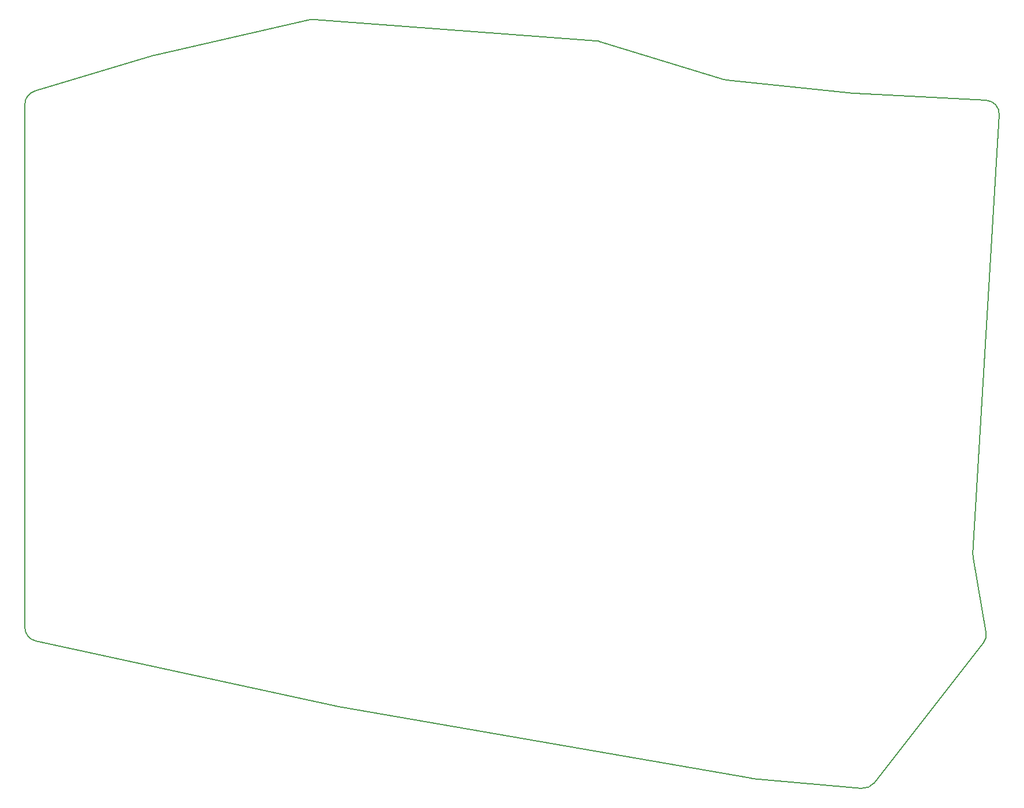
<source format=gbr>
%TF.GenerationSoftware,KiCad,Pcbnew,8.0.4*%
%TF.CreationDate,2024-09-16T15:22:01-06:00*%
%TF.ProjectId,left_board,6c656674-5f62-46f6-9172-642e6b696361,v1.0.0*%
%TF.SameCoordinates,Original*%
%TF.FileFunction,Profile,NP*%
%FSLAX46Y46*%
G04 Gerber Fmt 4.6, Leading zero omitted, Abs format (unit mm)*
G04 Created by KiCad (PCBNEW 8.0.4) date 2024-09-16 15:22:01*
%MOMM*%
%LPD*%
G01*
G04 APERTURE LIST*
%TA.AperFunction,Profile*%
%ADD10C,0.150000*%
%TD*%
G04 APERTURE END LIST*
D10*
X157520739Y-87190819D02*
X180312615Y-82001085D01*
X138454120Y-171359566D02*
X138454120Y-94407925D01*
X245051231Y-193504965D02*
X185007349Y-183104410D01*
X184923236Y-183087977D02*
X140028658Y-173313787D01*
X139878037Y-92492689D02*
X157388692Y-87225668D01*
X260247617Y-92832270D02*
X279629205Y-93848016D01*
X185007349Y-183104410D02*
G75*
G02*
X184923236Y-183087977I341351J1970710D01*
G01*
X260247617Y-92832270D02*
G75*
G02*
X260142788Y-92824008I104683J1997370D01*
G01*
X279575255Y-172100227D02*
G75*
G02*
X279179888Y-173668735I-1971355J-337173D01*
G01*
X241466020Y-90856786D02*
G75*
G02*
X241088383Y-90779668I209480J1988986D01*
G01*
X245213582Y-193526284D02*
G75*
G02*
X245051231Y-193504967I178918J1991584D01*
G01*
X222762772Y-85151872D02*
X241088384Y-90779665D01*
X241466020Y-90856786D02*
X260142788Y-92824008D01*
X281521001Y-95964093D02*
X277670844Y-160657231D01*
X180906526Y-81956793D02*
X222325510Y-85069372D01*
X277695943Y-161113250D02*
X279575255Y-172100226D01*
X277695942Y-161113250D02*
G75*
G02*
X277670854Y-160657232I1971258J337150D01*
G01*
X180312615Y-82001084D02*
G75*
G02*
X180906527Y-81956779I444085J-1950116D01*
G01*
X263125478Y-194217481D02*
G75*
G02*
X261370461Y-194978110I-1575978J1231281D01*
G01*
X279179907Y-173668750D02*
X263125478Y-194217482D01*
X222325510Y-85069372D02*
G75*
G02*
X222762770Y-85151878I-149910J-1994428D01*
G01*
X140028658Y-173313788D02*
G75*
G02*
X138454137Y-171359566I425442J1954188D01*
G01*
X261370459Y-194978133D02*
X245213582Y-193526284D01*
X157388693Y-87225668D02*
G75*
G02*
X157520739Y-87190817I576007J-1914832D01*
G01*
X279629205Y-93848015D02*
G75*
G02*
X281520997Y-95964093I-104705J-1997285D01*
G01*
X138454120Y-94407925D02*
G75*
G02*
X139878034Y-92492680I1999980J25D01*
G01*
M02*

</source>
